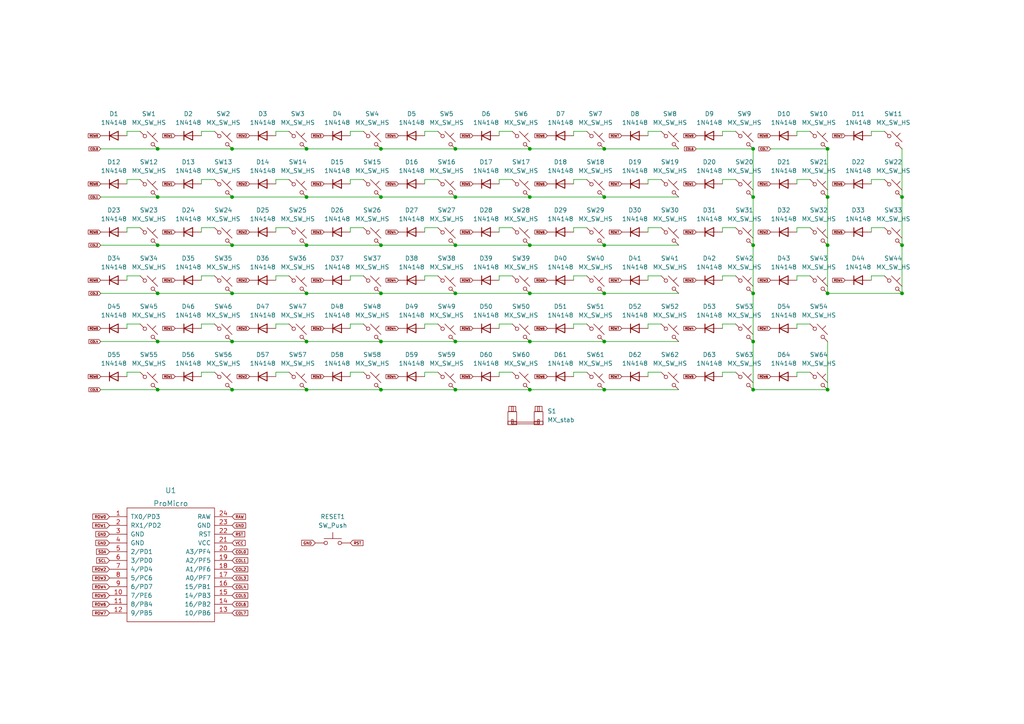
<source format=kicad_sch>
(kicad_sch (version 20211123) (generator eeschema)
  (paper "A4")
  (junction (at 132.08 71.12))
  (junction (at 67.31 57.15))
  (junction (at 110.49 57.15))
  (junction (at 175.26 99.06))
  (junction (at 240.03 113.03))
  (junction (at 110.49 113.03))
  (junction (at 132.08 85.09))
  (junction (at 88.9 43.18))
  (junction (at 218.44 99.06))
  (junction (at 110.49 85.09))
  (junction (at 67.31 71.12))
  (junction (at 67.31 43.18))
  (junction (at 67.31 113.03))
  (junction (at 261.62 57.15))
  (junction (at 240.03 43.18))
  (junction (at 132.08 113.03))
  (junction (at 45.72 71.12))
  (junction (at 45.72 113.03))
  (junction (at 218.44 113.03))
  (junction (at 261.62 71.12))
  (junction (at 240.03 71.12))
  (junction (at 153.67 43.18))
  (junction (at 132.08 43.18))
  (junction (at 175.26 71.12))
  (junction (at 153.67 113.03))
  (junction (at 110.49 99.06))
  (junction (at 218.44 85.09))
  (junction (at 261.62 85.09))
  (junction (at 67.31 85.09))
  (junction (at 45.72 85.09))
  (junction (at 175.26 113.03))
  (junction (at 153.67 85.09))
  (junction (at 175.26 43.18))
  (junction (at 153.67 99.06))
  (junction (at 110.49 43.18))
  (junction (at 45.72 99.06))
  (junction (at 218.44 43.18))
  (junction (at 153.67 71.12))
  (junction (at 67.31 99.06))
  (junction (at 88.9 113.03))
  (junction (at 88.9 71.12))
  (junction (at 240.03 85.09))
  (junction (at 153.67 57.15))
  (junction (at 88.9 85.09))
  (junction (at 240.03 57.15))
  (junction (at 110.49 71.12))
  (junction (at 175.26 57.15))
  (junction (at 88.9 99.06))
  (junction (at 132.08 57.15))
  (junction (at 175.26 85.09))
  (junction (at 45.72 57.15))
  (junction (at 45.72 43.18))
  (junction (at 132.08 99.06))
  (junction (at 218.44 57.15))
  (junction (at 218.44 71.12))
  (junction (at 88.9 57.15))
  (wire (pts (xy 45.72 71.12) (xy 67.31 71.12)))
  (wire (pts (xy 144.78 66.04) (xy 144.78 67.31)))
  (wire (pts (xy 170.18 66.04) (xy 166.37 66.04)))
  (wire (pts (xy 58.42 107.95) (xy 58.42 109.22)))
  (wire (pts (xy 213.36 52.07) (xy 209.55 52.07)))
  (wire (pts (xy 83.82 66.04) (xy 80.01 66.04)))
  (wire (pts (xy 213.36 80.01) (xy 209.55 80.01)))
  (wire (pts (xy 80.01 66.04) (xy 80.01 67.31)))
  (wire (pts (xy 80.01 107.95) (xy 80.01 109.22)))
  (wire (pts (xy 148.59 38.1) (xy 144.78 38.1)))
  (wire (pts (xy 58.42 66.04) (xy 58.42 67.31)))
  (wire (pts (xy 209.55 107.95) (xy 209.55 109.22)))
  (wire (pts (xy 29.21 85.09) (xy 45.72 85.09)))
  (wire (pts (xy 153.67 71.12) (xy 175.26 71.12)))
  (wire (pts (xy 191.77 66.04) (xy 187.96 66.04)))
  (wire (pts (xy 83.82 93.98) (xy 80.01 93.98)))
  (wire (pts (xy 234.95 80.01) (xy 231.14 80.01)))
  (wire (pts (xy 110.49 71.12) (xy 132.08 71.12)))
  (wire (pts (xy 101.6 93.98) (xy 101.6 95.25)))
  (wire (pts (xy 231.14 107.95) (xy 231.14 109.22)))
  (wire (pts (xy 231.14 38.1) (xy 231.14 39.37)))
  (wire (pts (xy 105.41 80.01) (xy 101.6 80.01)))
  (wire (pts (xy 62.23 38.1) (xy 58.42 38.1)))
  (wire (pts (xy 40.64 66.04) (xy 36.83 66.04)))
  (wire (pts (xy 101.6 80.01) (xy 101.6 81.28)))
  (wire (pts (xy 234.95 52.07) (xy 231.14 52.07)))
  (wire (pts (xy 166.37 52.07) (xy 166.37 53.34)))
  (wire (pts (xy 83.82 107.95) (xy 80.01 107.95)))
  (wire (pts (xy 127 52.07) (xy 123.19 52.07)))
  (wire (pts (xy 83.82 52.07) (xy 80.01 52.07)))
  (wire (pts (xy 209.55 52.07) (xy 209.55 53.34)))
  (wire (pts (xy 67.31 71.12) (xy 88.9 71.12)))
  (wire (pts (xy 209.55 80.01) (xy 209.55 81.28)))
  (wire (pts (xy 62.23 80.01) (xy 58.42 80.01)))
  (wire (pts (xy 213.36 38.1) (xy 209.55 38.1)))
  (wire (pts (xy 62.23 66.04) (xy 58.42 66.04)))
  (wire (pts (xy 144.78 38.1) (xy 144.78 39.37)))
  (wire (pts (xy 144.78 107.95) (xy 144.78 109.22)))
  (wire (pts (xy 127 38.1) (xy 123.19 38.1)))
  (wire (pts (xy 101.6 38.1) (xy 101.6 39.37)))
  (wire (pts (xy 110.49 85.09) (xy 132.08 85.09)))
  (wire (pts (xy 29.21 43.18) (xy 45.72 43.18)))
  (wire (pts (xy 153.67 113.03) (xy 175.26 113.03)))
  (wire (pts (xy 45.72 99.06) (xy 67.31 99.06)))
  (wire (pts (xy 62.23 93.98) (xy 58.42 93.98)))
  (wire (pts (xy 256.54 38.1) (xy 252.73 38.1)))
  (wire (pts (xy 88.9 85.09) (xy 110.49 85.09)))
  (wire (pts (xy 132.08 43.18) (xy 153.67 43.18)))
  (wire (pts (xy 175.26 99.06) (xy 196.85 99.06)))
  (wire (pts (xy 58.42 93.98) (xy 58.42 95.25)))
  (wire (pts (xy 191.77 52.07) (xy 187.96 52.07)))
  (wire (pts (xy 80.01 52.07) (xy 80.01 53.34)))
  (wire (pts (xy 209.55 93.98) (xy 209.55 95.25)))
  (wire (pts (xy 132.08 85.09) (xy 153.67 85.09)))
  (wire (pts (xy 175.26 113.03) (xy 196.85 113.03)))
  (wire (pts (xy 218.44 113.03) (xy 240.03 113.03)))
  (wire (pts (xy 148.59 107.95) (xy 144.78 107.95)))
  (wire (pts (xy 67.31 43.18) (xy 88.9 43.18)))
  (wire (pts (xy 252.73 66.04) (xy 252.73 67.31)))
  (wire (pts (xy 40.64 38.1) (xy 36.83 38.1)))
  (wire (pts (xy 127 66.04) (xy 123.19 66.04)))
  (wire (pts (xy 213.36 107.95) (xy 209.55 107.95)))
  (wire (pts (xy 88.9 113.03) (xy 110.49 113.03)))
  (wire (pts (xy 62.23 107.95) (xy 58.42 107.95)))
  (wire (pts (xy 166.37 66.04) (xy 166.37 67.31)))
  (wire (pts (xy 132.08 113.03) (xy 153.67 113.03)))
  (wire (pts (xy 58.42 38.1) (xy 58.42 39.37)))
  (wire (pts (xy 40.64 52.07) (xy 36.83 52.07)))
  (wire (pts (xy 29.21 57.15) (xy 45.72 57.15)))
  (wire (pts (xy 67.31 99.06) (xy 88.9 99.06)))
  (wire (pts (xy 170.18 38.1) (xy 166.37 38.1)))
  (wire (pts (xy 83.82 38.1) (xy 80.01 38.1)))
  (wire (pts (xy 40.64 80.01) (xy 36.83 80.01)))
  (wire (pts (xy 105.41 66.04) (xy 101.6 66.04)))
  (wire (pts (xy 231.14 93.98) (xy 231.14 95.25)))
  (wire (pts (xy 187.96 38.1) (xy 187.96 39.37)))
  (wire (pts (xy 144.78 52.07) (xy 144.78 53.34)))
  (wire (pts (xy 36.83 52.07) (xy 36.83 53.34)))
  (wire (pts (xy 36.83 38.1) (xy 36.83 39.37)))
  (wire (pts (xy 191.77 93.98) (xy 187.96 93.98)))
  (wire (pts (xy 101.6 107.95) (xy 101.6 109.22)))
  (wire (pts (xy 80.01 80.01) (xy 80.01 81.28)))
  (wire (pts (xy 144.78 93.98) (xy 144.78 95.25)))
  (wire (pts (xy 62.23 52.07) (xy 58.42 52.07)))
  (wire (pts (xy 261.62 71.12) (xy 261.62 85.09)))
  (wire (pts (xy 261.62 57.15) (xy 261.62 71.12)))
  (wire (pts (xy 132.08 57.15) (xy 153.67 57.15)))
  (wire (pts (xy 123.19 66.04) (xy 123.19 67.31)))
  (wire (pts (xy 234.95 93.98) (xy 231.14 93.98)))
  (wire (pts (xy 240.03 43.18) (xy 240.03 57.15)))
  (wire (pts (xy 187.96 80.01) (xy 187.96 81.28)))
  (wire (pts (xy 45.72 113.03) (xy 67.31 113.03)))
  (wire (pts (xy 123.19 80.01) (xy 123.19 81.28)))
  (wire (pts (xy 36.83 107.95) (xy 36.83 109.22)))
  (wire (pts (xy 123.19 52.07) (xy 123.19 53.34)))
  (wire (pts (xy 191.77 107.95) (xy 187.96 107.95)))
  (wire (pts (xy 223.52 43.18) (xy 240.03 43.18)))
  (wire (pts (xy 105.41 38.1) (xy 101.6 38.1)))
  (wire (pts (xy 261.62 43.18) (xy 261.62 57.15)))
  (wire (pts (xy 187.96 52.07) (xy 187.96 53.34)))
  (wire (pts (xy 191.77 38.1) (xy 187.96 38.1)))
  (wire (pts (xy 231.14 66.04) (xy 231.14 67.31)))
  (wire (pts (xy 148.59 80.01) (xy 144.78 80.01)))
  (wire (pts (xy 201.93 43.18) (xy 218.44 43.18)))
  (wire (pts (xy 166.37 80.01) (xy 166.37 81.28)))
  (wire (pts (xy 240.03 99.06) (xy 240.03 113.03)))
  (wire (pts (xy 252.73 80.01) (xy 252.73 81.28)))
  (wire (pts (xy 256.54 80.01) (xy 252.73 80.01)))
  (wire (pts (xy 218.44 57.15) (xy 218.44 71.12)))
  (wire (pts (xy 187.96 93.98) (xy 187.96 95.25)))
  (wire (pts (xy 240.03 85.09) (xy 261.62 85.09)))
  (wire (pts (xy 29.21 99.06) (xy 45.72 99.06)))
  (wire (pts (xy 127 107.95) (xy 123.19 107.95)))
  (wire (pts (xy 29.21 71.12) (xy 45.72 71.12)))
  (wire (pts (xy 36.83 80.01) (xy 36.83 81.28)))
  (wire (pts (xy 123.19 107.95) (xy 123.19 109.22)))
  (wire (pts (xy 218.44 85.09) (xy 218.44 99.06)))
  (wire (pts (xy 170.18 93.98) (xy 166.37 93.98)))
  (wire (pts (xy 187.96 107.95) (xy 187.96 109.22)))
  (wire (pts (xy 67.31 113.03) (xy 88.9 113.03)))
  (wire (pts (xy 127 93.98) (xy 123.19 93.98)))
  (wire (pts (xy 231.14 80.01) (xy 231.14 81.28)))
  (wire (pts (xy 88.9 71.12) (xy 110.49 71.12)))
  (wire (pts (xy 166.37 38.1) (xy 166.37 39.37)))
  (wire (pts (xy 40.64 93.98) (xy 36.83 93.98)))
  (wire (pts (xy 101.6 52.07) (xy 101.6 53.34)))
  (wire (pts (xy 88.9 99.06) (xy 110.49 99.06)))
  (wire (pts (xy 209.55 38.1) (xy 209.55 39.37)))
  (wire (pts (xy 148.59 52.07) (xy 144.78 52.07)))
  (wire (pts (xy 132.08 71.12) (xy 153.67 71.12)))
  (wire (pts (xy 240.03 71.12) (xy 240.03 85.09)))
  (wire (pts (xy 29.21 113.03) (xy 45.72 113.03)))
  (wire (pts (xy 234.95 38.1) (xy 231.14 38.1)))
  (wire (pts (xy 101.6 66.04) (xy 101.6 67.31)))
  (wire (pts (xy 110.49 43.18) (xy 132.08 43.18)))
  (wire (pts (xy 67.31 85.09) (xy 88.9 85.09)))
  (wire (pts (xy 45.72 43.18) (xy 67.31 43.18)))
  (wire (pts (xy 218.44 71.12) (xy 218.44 85.09)))
  (wire (pts (xy 105.41 107.95) (xy 101.6 107.95)))
  (wire (pts (xy 256.54 52.07) (xy 252.73 52.07)))
  (wire (pts (xy 256.54 66.04) (xy 252.73 66.04)))
  (wire (pts (xy 88.9 43.18) (xy 110.49 43.18)))
  (wire (pts (xy 83.82 80.01) (xy 80.01 80.01)))
  (wire (pts (xy 127 80.01) (xy 123.19 80.01)))
  (wire (pts (xy 191.77 80.01) (xy 187.96 80.01)))
  (wire (pts (xy 218.44 99.06) (xy 218.44 113.03)))
  (wire (pts (xy 123.19 93.98) (xy 123.19 95.25)))
  (wire (pts (xy 240.03 57.15) (xy 240.03 71.12)))
  (wire (pts (xy 105.41 93.98) (xy 101.6 93.98)))
  (wire (pts (xy 175.26 85.09) (xy 196.85 85.09)))
  (wire (pts (xy 175.26 43.18) (xy 196.85 43.18)))
  (wire (pts (xy 88.9 57.15) (xy 110.49 57.15)))
  (wire (pts (xy 175.26 57.15) (xy 196.85 57.15)))
  (wire (pts (xy 252.73 52.07) (xy 252.73 53.34)))
  (wire (pts (xy 123.19 38.1) (xy 123.19 39.37)))
  (wire (pts (xy 153.67 43.18) (xy 175.26 43.18)))
  (wire (pts (xy 110.49 57.15) (xy 132.08 57.15)))
  (wire (pts (xy 234.95 107.95) (xy 231.14 107.95)))
  (wire (pts (xy 218.44 43.18) (xy 218.44 57.15)))
  (wire (pts (xy 170.18 80.01) (xy 166.37 80.01)))
  (wire (pts (xy 175.26 71.12) (xy 196.85 71.12)))
  (wire (pts (xy 231.14 52.07) (xy 231.14 53.34)))
  (wire (pts (xy 144.78 80.01) (xy 144.78 81.28)))
  (wire (pts (xy 153.67 57.15) (xy 175.26 57.15)))
  (wire (pts (xy 80.01 93.98) (xy 80.01 95.25)))
  (wire (pts (xy 148.59 66.04) (xy 144.78 66.04)))
  (wire (pts (xy 153.67 85.09) (xy 175.26 85.09)))
  (wire (pts (xy 110.49 113.03) (xy 132.08 113.03)))
  (wire (pts (xy 252.73 38.1) (xy 252.73 39.37)))
  (wire (pts (xy 58.42 80.01) (xy 58.42 81.28)))
  (wire (pts (xy 187.96 66.04) (xy 187.96 67.31)))
  (wire (pts (xy 170.18 107.95) (xy 166.37 107.95)))
  (wire (pts (xy 234.95 66.04) (xy 231.14 66.04)))
  (wire (pts (xy 58.42 52.07) (xy 58.42 53.34)))
  (wire (pts (xy 132.08 99.06) (xy 153.67 99.06)))
  (wire (pts (xy 40.64 107.95) (xy 36.83 107.95)))
  (wire (pts (xy 110.49 99.06) (xy 132.08 99.06)))
  (wire (pts (xy 36.83 66.04) (xy 36.83 67.31)))
  (wire (pts (xy 170.18 52.07) (xy 166.37 52.07)))
  (wire (pts (xy 166.37 107.95) (xy 166.37 109.22)))
  (wire (pts (xy 213.36 66.04) (xy 209.55 66.04)))
  (wire (pts (xy 166.37 93.98) (xy 166.37 95.25)))
  (wire (pts (xy 213.36 93.98) (xy 209.55 93.98)))
  (wire (pts (xy 45.72 57.15) (xy 67.31 57.15)))
  (wire (pts (xy 36.83 93.98) (xy 36.83 95.25)))
  (wire (pts (xy 45.72 85.09) (xy 67.31 85.09)))
  (wire (pts (xy 105.41 52.07) (xy 101.6 52.07)))
  (wire (pts (xy 148.59 93.98) (xy 144.78 93.98)))
  (wire (pts (xy 67.31 57.15) (xy 88.9 57.15)))
  (wire (pts (xy 80.01 38.1) (xy 80.01 39.37)))
  (wire (pts (xy 209.55 66.04) (xy 209.55 67.31)))
  (wire (pts (xy 153.67 99.06) (xy 175.26 99.06)))
  (global_label "COL5" (shape input) (at 67.31 172.72 0) (effects (font (size 0.8 0.8))) (property "Intersheet References" "${INTERSHEET_REFS}" (effects hide)))
  (global_label "GND" (shape input) (at 31.75 154.94 180) (effects (font (size 0.8 0.8))) (property "Intersheet References" "${INTERSHEET_REFS}" (effects hide)))
  (global_label "ROW1" (shape input) (at 50.8 81.28 180) (effects (font (size 0.6 0.6))) (property "Intersheet References" "${INTERSHEET_REFS}" (effects hide)))
  (global_label "ROW1" (shape input) (at 31.75 152.4 180) (effects (font (size 0.8 0.8))) (property "Intersheet References" "${INTERSHEET_REFS}" (effects hide)))
  (global_label "ROW0" (shape input) (at 29.21 53.34 180) (effects (font (size 0.6 0.6))) (property "Intersheet References" "${INTERSHEET_REFS}" (effects hide)))
  (global_label "ROW3" (shape input) (at 93.98 39.37 180) (effects (font (size 0.6 0.6))) (property "Intersheet References" "${INTERSHEET_REFS}" (effects hide)))
  (global_label "COL3" (shape input) (at 29.21 85.09 180) (effects (font (size 0.6 0.6))) (property "Intersheet References" "${INTERSHEET_REFS}" (effects hide)))
  (global_label "ROW6" (shape input) (at 158.75 81.28 180) (effects (font (size 0.6 0.6))) (property "Intersheet References" "${INTERSHEET_REFS}" (effects hide)))
  (global_label "ROW2" (shape input) (at 72.39 53.34 180) (effects (font (size 0.6 0.6))) (property "Intersheet References" "${INTERSHEET_REFS}" (effects hide)))
  (global_label "ROW7" (shape input) (at 180.34 53.34 180) (effects (font (size 0.6 0.6))) (property "Intersheet References" "${INTERSHEET_REFS}" (effects hide)))
  (global_label "ROW4" (shape input) (at 115.57 39.37 180) (effects (font (size 0.6 0.6))) (property "Intersheet References" "${INTERSHEET_REFS}" (effects hide)))
  (global_label "ROW1" (shape input) (at 223.52 53.34 180) (effects (font (size 0.6 0.6))) (property "Intersheet References" "${INTERSHEET_REFS}" (effects hide)))
  (global_label "ROW0" (shape input) (at 201.93 39.37 180) (effects (font (size 0.6 0.6))) (property "Intersheet References" "${INTERSHEET_REFS}" (effects hide)))
  (global_label "ROW7" (shape input) (at 180.34 109.22 180) (effects (font (size 0.6 0.6))) (property "Intersheet References" "${INTERSHEET_REFS}" (effects hide)))
  (global_label "ROW6" (shape input) (at 158.75 95.25 180) (effects (font (size 0.6 0.6))) (property "Intersheet References" "${INTERSHEET_REFS}" (effects hide)))
  (global_label "ROW5" (shape input) (at 137.16 81.28 180) (effects (font (size 0.6 0.6))) (property "Intersheet References" "${INTERSHEET_REFS}" (effects hide)))
  (global_label "ROW5" (shape input) (at 137.16 53.34 180) (effects (font (size 0.6 0.6))) (property "Intersheet References" "${INTERSHEET_REFS}" (effects hide)))
  (global_label "COL4" (shape input) (at 67.31 170.18 0) (effects (font (size 0.8 0.8))) (property "Intersheet References" "${INTERSHEET_REFS}" (effects hide)))
  (global_label "ROW2" (shape input) (at 72.39 67.31 180) (effects (font (size 0.6 0.6))) (property "Intersheet References" "${INTERSHEET_REFS}" (effects hide)))
  (global_label "GND" (shape input) (at 67.31 152.4 0) (effects (font (size 0.8 0.8))) (property "Intersheet References" "${INTERSHEET_REFS}" (effects hide)))
  (global_label "ROW6" (shape input) (at 158.75 39.37 180) (effects (font (size 0.6 0.6))) (property "Intersheet References" "${INTERSHEET_REFS}" (effects hide)))
  (global_label "ROW3" (shape input) (at 201.93 81.28 180) (effects (font (size 0.6 0.6))) (property "Intersheet References" "${INTERSHEET_REFS}" (effects hide)))
  (global_label "COL1" (shape input) (at 29.21 57.15 180) (effects (font (size 0.6 0.6))) (property "Intersheet References" "${INTERSHEET_REFS}" (effects hide)))
  (global_label "SDA" (shape input) (at 31.75 160.02 180) (effects (font (size 0.8 0.8))) (property "Intersheet References" "${INTERSHEET_REFS}" (effects hide)))
  (global_label "ROW5" (shape input) (at 137.16 109.22 180) (effects (font (size 0.6 0.6))) (property "Intersheet References" "${INTERSHEET_REFS}" (effects hide)))
  (global_label "RST" (shape input) (at 101.6 157.48 0) (effects (font (size 0.8 0.8))) (property "Intersheet References" "${INTERSHEET_REFS}" (effects hide)))
  (global_label "COL2" (shape input) (at 29.21 71.12 180) (effects (font (size 0.6 0.6))) (property "Intersheet References" "${INTERSHEET_REFS}" (effects hide)))
  (global_label "ROW4" (shape input) (at 115.57 81.28 180) (effects (font (size 0.6 0.6))) (property "Intersheet References" "${INTERSHEET_REFS}" (effects hide)))
  (global_label "ROW0" (shape input) (at 223.52 39.37 180) (effects (font (size 0.6 0.6))) (property "Intersheet References" "${INTERSHEET_REFS}" (effects hide)))
  (global_label "ROW6" (shape input) (at 223.52 109.22 180) (effects (font (size 0.6 0.6))) (property "Intersheet References" "${INTERSHEET_REFS}" (effects hide)))
  (global_label "ROW5" (shape input) (at 137.16 39.37 180) (effects (font (size 0.6 0.6))) (property "Intersheet References" "${INTERSHEET_REFS}" (effects hide)))
  (global_label "COL3" (shape input) (at 67.31 167.64 0) (effects (font (size 0.8 0.8))) (property "Intersheet References" "${INTERSHEET_REFS}" (effects hide)))
  (global_label "ROW4" (shape input) (at 115.57 109.22 180) (effects (font (size 0.6 0.6))) (property "Intersheet References" "${INTERSHEET_REFS}" (effects hide)))
  (global_label "COL2" (shape input) (at 67.31 165.1 0) (effects (font (size 0.8 0.8))) (property "Intersheet References" "${INTERSHEET_REFS}" (effects hide)))
  (global_label "ROW3" (shape input) (at 31.75 167.64 180) (effects (font (size 0.8 0.8))) (property "Intersheet References" "${INTERSHEET_REFS}" (effects hide)))
  (global_label "COL1" (shape input) (at 67.31 162.56 0) (effects (font (size 0.8 0.8))) (property "Intersheet References" "${INTERSHEET_REFS}" (effects hide)))
  (global_label "ROW6" (shape input) (at 158.75 53.34 180) (effects (font (size 0.6 0.6))) (property "Intersheet References" "${INTERSHEET_REFS}" (effects hide)))
  (global_label "ROW0" (shape input) (at 31.75 149.86 180) (effects (font (size 0.8 0.8))) (property "Intersheet References" "${INTERSHEET_REFS}" (effects hide)))
  (global_label "ROW1" (shape input) (at 201.93 53.34 180) (effects (font (size 0.6 0.6))) (property "Intersheet References" "${INTERSHEET_REFS}" (effects hide)))
  (global_label "ROW1" (shape input) (at 50.8 39.37 180) (effects (font (size 0.6 0.6))) (property "Intersheet References" "${INTERSHEET_REFS}" (effects hide)))
  (global_label "ROW4" (shape input) (at 115.57 53.34 180) (effects (font (size 0.6 0.6))) (property "Intersheet References" "${INTERSHEET_REFS}" (effects hide)))
  (global_label "ROW3" (shape input) (at 223.52 81.28 180) (effects (font (size 0.6 0.6))) (property "Intersheet References" "${INTERSHEET_REFS}" (effects hide)))
  (global_label "COL6" (shape input) (at 201.93 43.18 180) (effects (font (size 0.6 0.6))) (property "Intersheet References" "${INTERSHEET_REFS}" (effects hide)))
  (global_label "ROW5" (shape input) (at 137.16 67.31 180) (effects (font (size 0.6 0.6))) (property "Intersheet References" "${INTERSHEET_REFS}" (effects hide)))
  (global_label "ROW0" (shape input) (at 29.21 95.25 180) (effects (font (size 0.6 0.6))) (property "Intersheet References" "${INTERSHEET_REFS}" (effects hide)))
  (global_label "COL0" (shape input) (at 67.31 160.02 0) (effects (font (size 0.8 0.8))) (property "Intersheet References" "${INTERSHEET_REFS}" (effects hide)))
  (global_label "ROW0" (shape input) (at 29.21 109.22 180) (effects (font (size 0.6 0.6))) (property "Intersheet References" "${INTERSHEET_REFS}" (effects hide)))
  (global_label "ROW3" (shape input) (at 93.98 95.25 180) (effects (font (size 0.6 0.6))) (property "Intersheet References" "${INTERSHEET_REFS}" (effects hide)))
  (global_label "ROW3" (shape input) (at 93.98 81.28 180) (effects (font (size 0.6 0.6))) (property "Intersheet References" "${INTERSHEET_REFS}" (effects hide)))
  (global_label "ROW1" (shape input) (at 50.8 109.22 180) (effects (font (size 0.6 0.6))) (property "Intersheet References" "${INTERSHEET_REFS}" (effects hide)))
  (global_label "ROW0" (shape input) (at 29.21 81.28 180) (effects (font (size 0.6 0.6))) (property "Intersheet References" "${INTERSHEET_REFS}" (effects hide)))
  (global_label "SCL" (shape input) (at 31.75 162.56 180) (effects (font (size 0.8 0.8))) (property "Intersheet References" "${INTERSHEET_REFS}" (effects hide)))
  (global_label "ROW2" (shape input) (at 223.52 67.31 180) (effects (font (size 0.6 0.6))) (property "Intersheet References" "${INTERSHEET_REFS}" (effects hide)))
  (global_label "ROW5" (shape input) (at 245.11 67.31 180) (effects (font (size 0.6 0.6))) (property "Intersheet References" "${INTERSHEET_REFS}" (effects hide)))
  (global_label "ROW7" (shape input) (at 223.52 95.25 180) (effects (font (size 0.6 0.6))) (property "Intersheet References" "${INTERSHEET_REFS}" (effects hide)))
  (global_label "ROW3" (shape input) (at 93.98 109.22 180) (effects (font (size 0.6 0.6))) (property "Intersheet References" "${INTERSHEET_REFS}" (effects hide)))
  (global_label "ROW3" (shape input) (at 93.98 53.34 180) (effects (font (size 0.6 0.6))) (property "Intersheet References" "${INTERSHEET_REFS}" (effects hide)))
  (global_label "ROW7" (shape input) (at 180.34 95.25 180) (effects (font (size 0.6 0.6))) (property "Intersheet References" "${INTERSHEET_REFS}" (effects hide)))
  (global_label "COL6" (shape input) (at 67.31 175.26 0) (effects (font (size 0.8 0.8))) (property "Intersheet References" "${INTERSHEET_REFS}" (effects hide)))
  (global_label "COL0" (shape input) (at 29.21 43.18 180) (effects (font (size 0.6 0.6))) (property "Intersheet References" "${INTERSHEET_REFS}" (effects hide)))
  (global_label "ROW3" (shape input) (at 93.98 67.31 180) (effects (font (size 0.6 0.6))) (property "Intersheet References" "${INTERSHEET_REFS}" (effects hide)))
  (global_label "ROW5" (shape input) (at 137.16 95.25 180) (effects (font (size 0.6 0.6))) (property "Intersheet References" "${INTERSHEET_REFS}" (effects hide)))
  (global_label "ROW6" (shape input) (at 158.75 67.31 180) (effects (font (size 0.6 0.6))) (property "Intersheet References" "${INTERSHEET_REFS}" (effects hide)))
  (global_label "ROW7" (shape input) (at 180.34 39.37 180) (effects (font (size 0.6 0.6))) (property "Intersheet References" "${INTERSHEET_REFS}" (effects hide)))
  (global_label "RST" (shape input) (at 67.31 154.94 0) (effects (font (size 0.8 0.8))) (property "Intersheet References" "${INTERSHEET_REFS}" (effects hide)))
  (global_label "ROW2" (shape input) (at 201.93 67.31 180) (effects (font (size 0.6 0.6))) (property "Intersheet References" "${INTERSHEET_REFS}" (effects hide)))
  (global_label "ROW4" (shape input) (at 115.57 67.31 180) (effects (font (size 0.6 0.6))) (property "Intersheet References" "${INTERSHEET_REFS}" (effects hide)))
  (global_label "GND" (shape input) (at 91.44 157.48 180) (effects (font (size 0.8 0.8))) (property "Intersheet References" "${INTERSHEET_REFS}" (effects hide)))
  (global_label "COL4" (shape input) (at 29.21 99.06 180) (effects (font (size 0.6 0.6))) (property "Intersheet References" "${INTERSHEET_REFS}" (effects hide)))
  (global_label "ROW1" (shape input) (at 50.8 95.25 180) (effects (font (size 0.6 0.6))) (property "Intersheet References" "${INTERSHEET_REFS}" (effects hide)))
  (global_label "ROW1" (shape input) (at 50.8 67.31 180) (effects (font (size 0.6 0.6))) (property "Intersheet References" "${INTERSHEET_REFS}" (effects hide)))
  (global_label "ROW4" (shape input) (at 245.11 81.28 180) (effects (font (size 0.6 0.6))) (property "Intersheet References" "${INTERSHEET_REFS}" (effects hide)))
  (global_label "ROW4" (shape input) (at 31.75 170.18 180) (effects (font (size 0.8 0.8))) (property "Intersheet References" "${INTERSHEET_REFS}" (effects hide)))
  (global_label "ROW2" (shape input) (at 72.39 95.25 180) (effects (font (size 0.6 0.6))) (property "Intersheet References" "${INTERSHEET_REFS}" (effects hide)))
  (global_label "ROW7" (shape input) (at 31.75 177.8 180) (effects (font (size 0.8 0.8))) (property "Intersheet References" "${INTERSHEET_REFS}" (effects hide)))
  (global_label "ROW5" (shape input) (at 31.75 172.72 180) (effects (font (size 0.8 0.8))) (property "Intersheet References" "${INTERSHEET_REFS}" (effects hide)))
  (global_label "ROW6" (shape input) (at 245.11 53.34 180) (effects (font (size 0.6 0.6))) (property "Intersheet References" "${INTERSHEET_REFS}" (effects hide)))
  (global_label "ROW2" (shape input) (at 72.39 81.28 180) (effects (font (size 0.6 0.6))) (property "Intersheet References" "${INTERSHEET_REFS}" (effects hide)))
  (global_label "COL7" (shape input) (at 223.52 43.18 180) (effects (font (size 0.6 0.6))) (property "Intersheet References" "${INTERSHEET_REFS}" (effects hide)))
  (global_label "ROW2" (shape input) (at 31.75 165.1 180) (effects (font (size 0.8 0.8))) (property "Intersheet References" "${INTERSHEET_REFS}" (effects hide)))
  (global_label "ROW7" (shape input) (at 245.11 39.37 180) (effects (font (size 0.6 0.6))) (property "Intersheet References" "${INTERSHEET_REFS}" (effects hide)))
  (global_label "ROW4" (shape input) (at 201.93 95.25 180) (effects (font (size 0.6 0.6))) (property "Intersheet References" "${INTERSHEET_REFS}" (effects hide)))
  (global_label "ROW7" (shape input) (at 180.34 67.31 180) (effects (font (size 0.6 0.6))) (property "Intersheet References" "${INTERSHEET_REFS}" (effects hide)))
  (global_label "ROW1" (shape input) (at 50.8 53.34 180) (effects (font (size 0.6 0.6))) (property "Intersheet References" "${INTERSHEET_REFS}" (effects hide)))
  (global_label "ROW2" (shape input) (at 72.39 109.22 180) (effects (font (size 0.6 0.6))) (property "Intersheet References" "${INTERSHEET_REFS}" (effects hide)))
  (global_label "ROW7" (shape input) (at 180.34 81.28 180) (effects (font (size 0.6 0.6))) (property "Intersheet References" "${INTERSHEET_REFS}" (effects hide)))
  (global_label "RAW" (shape input) (at 67.31 149.86 0) (effects (font (size 0.8 0.8))) (property "Intersheet References" "${INTERSHEET_REFS}" (effects hide)))
  (global_label "ROW4" (shape input) (at 115.57 95.25 180) (effects (font (size 0.6 0.6))) (property "Intersheet References" "${INTERSHEET_REFS}" (effects hide)))
  (global_label "ROW0" (shape input) (at 29.21 39.37 180) (effects (font (size 0.6 0.6))) (property "Intersheet References" "${INTERSHEET_REFS}" (effects hide)))
  (global_label "COL7" (shape input) (at 67.31 177.8 0) (effects (font (size 0.8 0.8))) (property "Intersheet References" "${INTERSHEET_REFS}" (effects hide)))
  (global_label "ROW5" (shape input) (at 201.93 109.22 180) (effects (font (size 0.6 0.6))) (property "Intersheet References" "${INTERSHEET_REFS}" (effects hide)))
  (global_label "COL5" (shape input) (at 29.21 113.03 180) (effects (font (size 0.6 0.6))) (property "Intersheet References" "${INTERSHEET_REFS}" (effects hide)))
  (global_label "GND" (shape input) (at 31.75 157.48 180) (effects (font (size 0.8 0.8))) (property "Intersheet References" "${INTERSHEET_REFS}" (effects hide)))
  (global_label "ROW6" (shape input) (at 158.75 109.22 180) (effects (font (size 0.6 0.6))) (property "Intersheet References" "${INTERSHEET_REFS}" (effects hide)))
  (global_label "ROW0" (shape input) (at 29.21 67.31 180) (effects (font (size 0.6 0.6))) (property "Intersheet References" "${INTERSHEET_REFS}" (effects hide)))
  (global_label "VCC" (shape input) (at 67.31 157.48 0) (effects (font (size 0.8 0.8))) (property "Intersheet References" "${INTERSHEET_REFS}" (effects hide)))
  (global_label "ROW2" (shape input) (at 72.39 39.37 180) (effects (font (size 0.6 0.6))) (property "Intersheet References" "${INTERSHEET_REFS}" (effects hide)))
  (global_label "ROW6" (shape input) (at 31.75 175.26 180) (effects (font (size 0.8 0.8))) (property "Intersheet References" "${INTERSHEET_REFS}" (effects hide)))
  (symbol (lib_id "Diode:1N4148") (at 248.92 39.37 0) (unit 1)
    (property "Reference" "D11" (at 248.92 33.02 0))
    (property "Value" "1N4148" (at 248.92 35.56 0))
    (property "Footprint" "Diode_THT:D_DO-35_SOD27_P7.62mm_Horizontal" (effects hide))
    (property "Datasheet" "https://assets.nexperia.com/documents/data-sheet/1N4148_1N4448.pdf" (effects hide))
  )
  (symbol (lib_id "marbastlib-mx:MX_SW_HS") (at 172.72 54.61 0) (unit 1)
    (property "Reference" "SW18" (at 172.72 46.99 0))
    (property "Value" "MX_SW_HS" (at 172.72 49.53 0))
    (property "Footprint" "marbastlib-mx:SW_MX_HS_1u" (effects hide))
  )
  (symbol (lib_id "Diode:1N4148") (at 227.33 67.31 0) (unit 1)
    (property "Reference" "D32" (at 227.33 60.96 0))
    (property "Value" "1N4148" (at 227.33 63.5 0))
    (property "Footprint" "Diode_THT:D_DO-35_SOD27_P7.62mm_Horizontal" (effects hide))
    (property "Datasheet" "https://assets.nexperia.com/documents/data-sheet/1N4148_1N4448.pdf" (effects hide))
  )
  (symbol (lib_id "marbastlib-mx:MX_SW_HS") (at 43.18 68.58 0) (unit 1)
    (property "Reference" "SW23" (at 43.18 60.96 0))
    (property "Value" "MX_SW_HS" (at 43.18 63.5 0))
    (property "Footprint" "marbastlib-mx:SW_MX_HS_1u" (effects hide))
  )
  (symbol (lib_id "marbastlib-mx:MX_SW_HS") (at 86.36 54.61 0) (unit 1)
    (property "Reference" "SW14" (at 86.36 46.99 0))
    (property "Value" "MX_SW_HS" (at 86.36 49.53 0))
    (property "Footprint" "marbastlib-mx:SW_MX_HS_1u" (effects hide))
  )
  (symbol (lib_id "Diode:1N4148") (at 119.38 95.25 0) (unit 1)
    (property "Reference" "D49" (at 119.38 88.9 0))
    (property "Value" "1N4148" (at 119.38 91.44 0))
    (property "Footprint" "Diode_THT:D_DO-35_SOD27_P7.62mm_Horizontal" (effects hide))
    (property "Datasheet" "https://assets.nexperia.com/documents/data-sheet/1N4148_1N4448.pdf" (effects hide))
  )
  (symbol (lib_id "Diode:1N4148") (at 76.2 67.31 0) (unit 1)
    (property "Reference" "D25" (at 76.2 60.96 0))
    (property "Value" "1N4148" (at 76.2 63.5 0))
    (property "Footprint" "Diode_THT:D_DO-35_SOD27_P7.62mm_Horizontal" (effects hide))
    (property "Datasheet" "https://assets.nexperia.com/documents/data-sheet/1N4148_1N4448.pdf" (effects hide))
  )
  (symbol (lib_id "marbastlib-mx:MX_SW_HS") (at 107.95 68.58 0) (unit 1)
    (property "Reference" "SW26" (at 107.95 60.96 0))
    (property "Value" "MX_SW_HS" (at 107.95 63.5 0))
    (property "Footprint" "marbastlib-mx:SW_MX_HS_1u" (effects hide))
  )
  (symbol (lib_id "marbastlib-mx:MX_SW_HS") (at 237.49 82.55 0) (unit 1)
    (property "Reference" "SW43" (at 237.49 74.93 0))
    (property "Value" "MX_SW_HS" (at 237.49 77.47 0))
    (property "Footprint" "marbastlib-mx:SW_MX_HS_1u" (effects hide))
  )
  (symbol (lib_id "marbastlib-mx:MX_SW_HS") (at 86.36 40.64 0) (unit 1)
    (property "Reference" "SW3" (at 86.36 33.02 0))
    (property "Value" "MX_SW_HS" (at 86.36 35.56 0))
    (property "Footprint" "marbastlib-mx:SW_MX_HS_1u" (effects hide))
  )
  (symbol (lib_id "Diode:1N4148") (at 33.02 109.22 0) (unit 1)
    (property "Reference" "D55" (at 33.02 102.87 0))
    (property "Value" "1N4148" (at 33.02 105.41 0))
    (property "Footprint" "Diode_THT:D_DO-35_SOD27_P7.62mm_Horizontal" (effects hide))
    (property "Datasheet" "https://assets.nexperia.com/documents/data-sheet/1N4148_1N4448.pdf" (effects hide))
  )
  (symbol (lib_id "marbastlib-mx:MX_SW_HS") (at 107.95 96.52 0) (unit 1)
    (property "Reference" "SW48" (at 107.95 88.9 0))
    (property "Value" "MX_SW_HS" (at 107.95 91.44 0))
    (property "Footprint" "marbastlib-mx:SW_MX_HS_1u" (effects hide))
  )
  (symbol (lib_id "marbastlib-mx:MX_SW_HS") (at 129.54 96.52 0) (unit 1)
    (property "Reference" "SW49" (at 129.54 88.9 0))
    (property "Value" "MX_SW_HS" (at 129.54 91.44 0))
    (property "Footprint" "marbastlib-mx:SW_MX_HS_1u" (effects hide))
  )
  (symbol (lib_id "Diode:1N4148") (at 97.79 67.31 0) (unit 1)
    (property "Reference" "D26" (at 97.79 60.96 0))
    (property "Value" "1N4148" (at 97.79 63.5 0))
    (property "Footprint" "Diode_THT:D_DO-35_SOD27_P7.62mm_Horizontal" (effects hide))
    (property "Datasheet" "https://assets.nexperia.com/documents/data-sheet/1N4148_1N4448.pdf" (effects hide))
  )
  (symbol (lib_id "marbastlib-mx:MX_SW_HS") (at 151.13 54.61 0) (unit 1)
    (property "Reference" "SW17" (at 151.13 46.99 0))
    (property "Value" "MX_SW_HS" (at 151.13 49.53 0))
    (property "Footprint" "marbastlib-mx:SW_MX_HS_1u" (effects hide))
  )
  (symbol (lib_id "Diode:1N4148") (at 162.56 39.37 0) (unit 1)
    (property "Reference" "D7" (at 162.56 33.02 0))
    (property "Value" "1N4148" (at 162.56 35.56 0))
    (property "Footprint" "Diode_THT:D_DO-35_SOD27_P7.62mm_Horizontal" (effects hide))
    (property "Datasheet" "https://assets.nexperia.com/documents/data-sheet/1N4148_1N4448.pdf" (effects hide))
  )
  (symbol (lib_id "Diode:1N4148") (at 119.38 67.31 0) (unit 1)
    (property "Reference" "D27" (at 119.38 60.96 0))
    (property "Value" "1N4148" (at 119.38 63.5 0))
    (property "Footprint" "Diode_THT:D_DO-35_SOD27_P7.62mm_Horizontal" (effects hide))
    (property "Datasheet" "https://assets.nexperia.com/documents/data-sheet/1N4148_1N4448.pdf" (effects hide))
  )
  (symbol (lib_id "Diode:1N4148") (at 162.56 109.22 0) (unit 1)
    (property "Reference" "D61" (at 162.56 102.87 0))
    (property "Value" "1N4148" (at 162.56 105.41 0))
    (property "Footprint" "Diode_THT:D_DO-35_SOD27_P7.62mm_Horizontal" (effects hide))
    (property "Datasheet" "https://assets.nexperia.com/documents/data-sheet/1N4148_1N4448.pdf" (effects hide))
  )
  (symbol (lib_id "Diode:1N4148") (at 76.2 53.34 0) (unit 1)
    (property "Reference" "D14" (at 76.2 46.99 0))
    (property "Value" "1N4148" (at 76.2 49.53 0))
    (property "Footprint" "Diode_THT:D_DO-35_SOD27_P7.62mm_Horizontal" (effects hide))
    (property "Datasheet" "https://assets.nexperia.com/documents/data-sheet/1N4148_1N4448.pdf" (effects hide))
  )
  (symbol (lib_id "Diode:1N4148") (at 76.2 39.37 0) (unit 1)
    (property "Reference" "D3" (at 76.2 33.02 0))
    (property "Value" "1N4148" (at 76.2 35.56 0))
    (property "Footprint" "Diode_THT:D_DO-35_SOD27_P7.62mm_Horizontal" (effects hide))
    (property "Datasheet" "https://assets.nexperia.com/documents/data-sheet/1N4148_1N4448.pdf" (effects hide))
  )
  (symbol (lib_id "Diode:1N4148") (at 162.56 53.34 0) (unit 1)
    (property "Reference" "D18" (at 162.56 46.99 0))
    (property "Value" "1N4148" (at 162.56 49.53 0))
    (property "Footprint" "Diode_THT:D_DO-35_SOD27_P7.62mm_Horizontal" (effects hide))
    (property "Datasheet" "https://assets.nexperia.com/documents/data-sheet/1N4148_1N4448.pdf" (effects hide))
  )
  (symbol (lib_id "marbastlib-mx:MX_SW_HS") (at 237.49 96.52 0) (unit 1)
    (property "Reference" "SW54" (at 237.49 88.9 0))
    (property "Value" "MX_SW_HS" (at 237.49 91.44 0))
    (property "Footprint" "marbastlib-mx:SW_MX_HS_1u" (effects hide))
  )
  (symbol (lib_id "marbastlib-mx:MX_SW_HS") (at 107.95 110.49 0) (unit 1)
    (property "Reference" "SW58" (at 107.95 102.87 0))
    (property "Value" "MX_SW_HS" (at 107.95 105.41 0))
    (property "Footprint" "marbastlib-mx:SW_MX_HS_1u" (effects hide))
  )
  (symbol (lib_id "marbastlib-mx:MX_SW_HS") (at 237.49 54.61 0) (unit 1)
    (property "Reference" "SW21" (at 237.49 46.99 0))
    (property "Value" "MX_SW_HS" (at 237.49 49.53 0))
    (property "Footprint" "marbastlib-mx:SW_MX_HS_1u" (effects hide))
  )
  (symbol (lib_id "Diode:1N4148") (at 119.38 109.22 0) (unit 1)
    (property "Reference" "D59" (at 119.38 102.87 0))
    (property "Value" "1N4148" (at 119.38 105.41 0))
    (property "Footprint" "Diode_THT:D_DO-35_SOD27_P7.62mm_Horizontal" (effects hide))
    (property "Datasheet" "https://assets.nexperia.com/documents/data-sheet/1N4148_1N4448.pdf" (effects hide))
  )
  (symbol (lib_id "marbastlib-mx:MX_SW_HS") (at 194.31 54.61 0) (unit 1)
    (property "Reference" "SW19" (at 194.31 46.99 0))
    (property "Value" "MX_SW_HS" (at 194.31 49.53 0))
    (property "Footprint" "marbastlib-mx:SW_MX_HS_1u" (effects hide))
  )
  (symbol (lib_id "Diode:1N4148") (at 54.61 109.22 0) (unit 1)
    (property "Reference" "D56" (at 54.61 102.87 0))
    (property "Value" "1N4148" (at 54.61 105.41 0))
    (property "Footprint" "Diode_THT:D_DO-35_SOD27_P7.62mm_Horizontal" (effects hide))
    (property "Datasheet" "https://assets.nexperia.com/documents/data-sheet/1N4148_1N4448.pdf" (effects hide))
  )
  (symbol (lib_id "marbastlib-mx:MX_SW_HS") (at 107.95 54.61 0) (unit 1)
    (property "Reference" "SW15" (at 107.95 46.99 0))
    (property "Value" "MX_SW_HS" (at 107.95 49.53 0))
    (property "Footprint" "marbastlib-mx:SW_MX_HS_1u" (effects hide))
  )
  (symbol (lib_id "Diode:1N4148") (at 54.61 39.37 0) (unit 1)
    (property "Reference" "D2" (at 54.61 33.02 0))
    (property "Value" "1N4148" (at 54.61 35.56 0))
    (property "Footprint" "Diode_THT:D_DO-35_SOD27_P7.62mm_Horizontal" (effects hide))
    (property "Datasheet" "https://assets.nexperia.com/documents/data-sheet/1N4148_1N4448.pdf" (effects hide))
  )
  (symbol (lib_id "Diode:1N4148") (at 162.56 95.25 0) (unit 1)
    (property "Reference" "D51" (at 162.56 88.9 0))
    (property "Value" "1N4148" (at 162.56 91.44 0))
    (property "Footprint" "Diode_THT:D_DO-35_SOD27_P7.62mm_Horizontal" (effects hide))
    (property "Datasheet" "https://assets.nexperia.com/documents/data-sheet/1N4148_1N4448.pdf" (effects hide))
  )
  (symbol (lib_id "Diode:1N4148") (at 140.97 95.25 0) (unit 1)
    (property "Reference" "D50" (at 140.97 88.9 0))
    (property "Value" "1N4148" (at 140.97 91.44 0))
    (property "Footprint" "Diode_THT:D_DO-35_SOD27_P7.62mm_Horizontal" (effects hide))
    (property "Datasheet" "https://assets.nexperia.com/documents/data-sheet/1N4148_1N4448.pdf" (effects hide))
  )
  (symbol (lib_id "marbastlib-mx:MX_SW_HS") (at 64.77 96.52 0) (unit 1)
    (property "Reference" "SW46" (at 64.77 88.9 0))
    (property "Value" "MX_SW_HS" (at 64.77 91.44 0))
    (property "Footprint" "marbastlib-mx:SW_MX_HS_1u" (effects hide))
  )
  (symbol (lib_id "Diode:1N4148") (at 54.61 67.31 0) (unit 1)
    (property "Reference" "D24" (at 54.61 60.96 0))
    (property "Value" "1N4148" (at 54.61 63.5 0))
    (property "Footprint" "Diode_THT:D_DO-35_SOD27_P7.62mm_Horizontal" (effects hide))
    (property "Datasheet" "https://assets.nexperia.com/documents/data-sheet/1N4148_1N4448.pdf" (effects hide))
  )
  (symbol (lib_id "Diode:1N4148") (at 119.38 53.34 0) (unit 1)
    (property "Reference" "D16" (at 119.38 46.99 0))
    (property "Value" "1N4148" (at 119.38 49.53 0))
    (property "Footprint" "Diode_THT:D_DO-35_SOD27_P7.62mm_Horizontal" (effects hide))
    (property "Datasheet" "https://assets.nexperia.com/documents/data-sheet/1N4148_1N4448.pdf" (effects hide))
  )
  (symbol (lib_id "marbastlib-mx:MX_SW_HS") (at 86.36 68.58 0) (unit 1)
    (property "Reference" "SW25" (at 86.36 60.96 0))
    (property "Value" "MX_SW_HS" (at 86.36 63.5 0))
    (property "Footprint" "marbastlib-mx:SW_MX_HS_1u" (effects hide))
  )
  (symbol (lib_id "marbastlib-mx:MX_SW_HS") (at 64.77 54.61 0) (unit 1)
    (property "Reference" "SW13" (at 64.77 46.99 0))
    (property "Value" "MX_SW_HS" (at 64.77 49.53 0))
    (property "Footprint" "marbastlib-mx:SW_MX_HS_1u" (effects hide))
  )
  (symbol (lib_id "keebio:ProMicro") (at 49.53 163.83 0) (unit 1)
    (property "Reference" "U1" (at 49.53 142.24 0) (effects (font (size 1.524 1.524))))
    (property "Value" "ProMicro" (at 49.53 146.05 0) (effects (font (size 1.524 1.524))))
    (property "Footprint" "Keebio-Parts:ArduinoProMicro" (effects hide))
  )
  (symbol (lib_id "marbastlib-mx:MX_SW_HS") (at 215.9 68.58 0) (unit 1)
    (property "Reference" "SW31" (at 215.9 60.96 0))
    (property "Value" "MX_SW_HS" (at 215.9 63.5 0))
    (property "Footprint" "marbastlib-mx:SW_MX_HS_1u" (effects hide))
  )
  (symbol (lib_id "marbastlib-mx:MX_SW_HS") (at 215.9 110.49 0) (unit 1)
    (property "Reference" "SW63" (at 215.9 102.87 0))
    (property "Value" "MX_SW_HS" (at 215.9 105.41 0))
    (property "Footprint" "marbastlib-mx:SW_MX_HS_1u" (effects hide))
  )
  (symbol (lib_id "Diode:1N4148") (at 140.97 67.31 0) (unit 1)
    (property "Reference" "D28" (at 140.97 60.96 0))
    (property "Value" "1N4148" (at 140.97 63.5 0))
    (property "Footprint" "Diode_THT:D_DO-35_SOD27_P7.62mm_Horizontal" (effects hide))
    (property "Datasheet" "https://assets.nexperia.com/documents/data-sheet/1N4148_1N4448.pdf" (effects hide))
  )
  (symbol (lib_id "Diode:1N4148") (at 248.92 53.34 0) (unit 1)
    (property "Reference" "D22" (at 248.92 46.99 0))
    (property "Value" "1N4148" (at 248.92 49.53 0))
    (property "Footprint" "Diode_THT:D_DO-35_SOD27_P7.62mm_Horizontal" (effects hide))
    (property "Datasheet" "https://assets.nexperia.com/documents/data-sheet/1N4148_1N4448.pdf" (effects hide))
  )
  (symbol (lib_id "Diode:1N4148") (at 54.61 95.25 0) (unit 1)
    (property "Reference" "D46" (at 54.61 88.9 0))
    (property "Value" "1N4148" (at 54.61 91.44 0))
    (property "Footprint" "Diode_THT:D_DO-35_SOD27_P7.62mm_Horizontal" (effects hide))
    (property "Datasheet" "https://assets.nexperia.com/documents/data-sheet/1N4148_1N4448.pdf" (effects hide))
  )
  (symbol (lib_id "marbastlib-mx:MX_SW_HS") (at 194.31 68.58 0) (unit 1)
    (property "Reference" "SW30" (at 194.31 60.96 0))
    (property "Value" "MX_SW_HS" (at 194.31 63.5 0))
    (property "Footprint" "marbastlib-mx:SW_MX_HS_1u" (effects hide))
  )
  (symbol (lib_id "marbastlib-mx:MX_SW_HS") (at 215.9 54.61 0) (unit 1)
    (property "Reference" "SW20" (at 215.9 46.99 0))
    (property "Value" "MX_SW_HS" (at 215.9 49.53 0))
    (property "Footprint" "marbastlib-mx:SW_MX_HS_1u" (effects hide))
  )
  (symbol (lib_id "marbastlib-mx:MX_SW_HS") (at 172.72 96.52 0) (unit 1)
    (property "Reference" "SW51" (at 172.72 88.9 0))
    (property "Value" "MX_SW_HS" (at 172.72 91.44 0))
    (property "Footprint" "marbastlib-mx:SW_MX_HS_1u" (effects hide))
  )
  (symbol (lib_id "Diode:1N4148") (at 227.33 53.34 0) (unit 1)
    (property "Reference" "D21" (at 227.33 46.99 0))
    (property "Value" "1N4148" (at 227.33 49.53 0))
    (property "Footprint" "Diode_THT:D_DO-35_SOD27_P7.62mm_Horizontal" (effects hide))
    (property "Datasheet" "https://assets.nexperia.com/documents/data-sheet/1N4148_1N4448.pdf" (effects hide))
  )
  (symbol (lib_id "marbastlib-mx:MX_SW_HS") (at 64.77 82.55 0) (unit 1)
    (property "Reference" "SW35" (at 64.77 74.93 0))
    (property "Value" "MX_SW_HS" (at 64.77 77.47 0))
    (property "Footprint" "marbastlib-mx:SW_MX_HS_1u" (effects hide))
  )
  (symbol (lib_id "Diode:1N4148") (at 205.74 81.28 0) (unit 1)
    (property "Reference" "D42" (at 205.74 74.93 0))
    (property "Value" "1N4148" (at 205.74 77.47 0))
    (property "Footprint" "Diode_THT:D_DO-35_SOD27_P7.62mm_Horizontal" (effects hide))
    (property "Datasheet" "https://assets.nexperia.com/documents/data-sheet/1N4148_1N4448.pdf" (effects hide))
  )
  (symbol (lib_id "Diode:1N4148") (at 97.79 81.28 0) (unit 1)
    (property "Reference" "D37" (at 97.79 74.93 0))
    (property "Value" "1N4148" (at 97.79 77.47 0))
    (property "Footprint" "Diode_THT:D_DO-35_SOD27_P7.62mm_Horizontal" (effects hide))
    (property "Datasheet" "https://assets.nexperia.com/documents/data-sheet/1N4148_1N4448.pdf" (effects hide))
  )
  (symbol (lib_id "marbastlib-mx:MX_SW_HS") (at 151.13 96.52 0) (unit 1)
    (property "Reference" "SW50" (at 151.13 88.9 0))
    (property "Value" "MX_SW_HS" (at 151.13 91.44 0))
    (property "Footprint" "marbastlib-mx:SW_MX_HS_1u" (effects hide))
  )
  (symbol (lib_id "marbastlib-mx:MX_SW_HS") (at 194.31 82.55 0) (unit 1)
    (property "Reference" "SW41" (at 194.31 74.93 0))
    (property "Value" "MX_SW_HS" (at 194.31 77.47 0))
    (property "Footprint" "marbastlib-mx:SW_MX_HS_1u" (effects hide))
  )
  (symbol (lib_id "marbastlib-mx:MX_SW_HS") (at 215.9 96.52 0) (unit 1)
    (property "Reference" "SW53" (at 215.9 88.9 0))
    (property "Value" "MX_SW_HS" (at 215.9 91.44 0))
    (property "Footprint" "marbastlib-mx:SW_MX_HS_1u" (effects hide))
  )
  (symbol (lib_id "Switch:SW_Push") (at 96.52 157.48 0) (unit 1)
    (property "Reference" "RESET1" (at 96.52 149.86 0))
    (property "Value" "SW_Push" (at 96.52 152.4 0))
    (property "Footprint" "Button_Switch_THT:SW_PUSH_6mm_H13mm" (effects hide))
  )
  (symbol (lib_id "marbastlib-mx:MX_SW_HS") (at 215.9 40.64 0) (unit 1)
    (property "Reference" "SW9" (at 215.9 33.02 0))
    (property "Value" "MX_SW_HS" (at 215.9 35.56 0))
    (property "Footprint" "marbastlib-mx:SW_MX_HS_1u" (effects hide))
  )
  (symbol (lib_id "Diode:1N4148") (at 140.97 39.37 0) (unit 1)
    (property "Reference" "D6" (at 140.97 33.02 0))
    (property "Value" "1N4148" (at 140.97 35.56 0))
    (property "Footprint" "Diode_THT:D_DO-35_SOD27_P7.62mm_Horizontal" (effects hide))
    (property "Datasheet" "https://assets.nexperia.com/documents/data-sheet/1N4148_1N4448.pdf" (effects hide))
  )
  (symbol (lib_id "Diode:1N4148") (at 184.15 95.25 0) (unit 1)
    (property "Reference" "D52" (at 184.15 88.9 0))
    (property "Value" "1N4148" (at 184.15 91.44 0))
    (property "Footprint" "Diode_THT:D_DO-35_SOD27_P7.62mm_Horizontal" (effects hide))
    (property "Datasheet" "https://assets.nexperia.com/documents/data-sheet/1N4148_1N4448.pdf" (effects hide))
  )
  (symbol (lib_id "Diode:1N4148") (at 184.15 53.34 0) (unit 1)
    (property "Reference" "D19" (at 184.15 46.99 0))
    (property "Value" "1N4148" (at 184.15 49.53 0))
    (property "Footprint" "Diode_THT:D_DO-35_SOD27_P7.62mm_Horizontal" (effects hide))
    (property "Datasheet" "https://assets.nexperia.com/documents/data-sheet/1N4148_1N4448.pdf" (effects hide))
  )
  (symbol (lib_id "Diode:1N4148") (at 33.02 39.37 0) (unit 1)
    (property "Reference" "D1" (at 33.02 33.02 0))
    (property "Value" "1N4148" (at 33.02 35.56 0))
    (property "Footprint" "Diode_THT:D_DO-35_SOD27_P7.62mm_Horizontal" (effects hide))
    (property "Datasheet" "https://assets.nexperia.com/documents/data-sheet/1N4148_1N4448.pdf" (effects hide))
  )
  (symbol (lib_id "Diode:1N4148") (at 205.74 39.37 0) (unit 1)
    (property "Reference" "D9" (at 205.74 33.02 0))
    (property "Value" "1N4148" (at 205.74 35.56 0))
    (property "Footprint" "Diode_THT:D_DO-35_SOD27_P7.62mm_Horizontal" (effects hide))
    (property "Datasheet" "https://assets.nexperia.com/documents/data-sheet/1N4148_1N4448.pdf" (effects hide))
  )
  (symbol (lib_id "marbastlib-mx:MX_SW_HS") (at 129.54 110.49 0) (unit 1)
    (property "Reference" "SW59" (at 129.54 102.87 0))
    (property "Value" "MX_SW_HS" (at 129.54 105.41 0))
    (property "Footprint" "marbastlib-mx:SW_MX_HS_1u" (effects hide))
  )
  (symbol (lib_id "marbastlib-mx:MX_SW_HS") (at 151.13 40.64 0) (unit 1)
    (property "Reference" "SW6" (at 151.13 33.02 0))
    (property "Value" "MX_SW_HS" (at 151.13 35.56 0))
    (property "Footprint" "marbastlib-mx:SW_MX_HS_1u" (effects hide))
  )
  (symbol (lib_id "marbastlib-mx:MX_SW_HS") (at 194.31 110.49 0) (unit 1)
    (property "Reference" "SW62" (at 194.31 102.87 0))
    (property "Value" "MX_SW_HS" (at 194.31 105.41 0))
    (property "Footprint" "marbastlib-mx:SW_MX_HS_1u" (effects hide))
  )
  (symbol (lib_id "marbastlib-mx:MX_SW_HS") (at 64.77 68.58 0) (unit 1)
    (property "Reference" "SW24" (at 64.77 60.96 0))
    (property "Value" "MX_SW_HS" (at 64.77 63.5 0))
    (property "Footprint" "marbastlib-mx:SW_MX_HS_1u" (effects hide))
  )
  (symbol (lib_id "marbastlib-mx:MX_SW_HS") (at 215.9 82.55 0) (unit 1)
    (property "Reference" "SW42" (at 215.9 74.93 0))
    (property "Value" "MX_SW_HS" (at 215.9 77.47 0))
    (property "Footprint" "marbastlib-mx:SW_MX_HS_1u" (effects hide))
  )
  (symbol (lib_id "marbastlib-mx:MX_SW_HS") (at 107.95 82.55 0) (unit 1)
    (property "Reference" "SW37" (at 107.95 74.93 0))
    (property "Value" "MX_SW_HS" (at 107.95 77.47 0))
    (property "Footprint" "marbastlib-mx:SW_MX_HS_1u" (effects hide))
  )
  (symbol (lib_id "marbastlib-mx:MX_SW_HS") (at 43.18 82.55 0) (unit 1)
    (property "Reference" "SW34" (at 43.18 74.93 0))
    (property "Value" "MX_SW_HS" (at 43.18 77.47 0))
    (property "Footprint" "marbastlib-mx:SW_MX_HS_1u" (effects hide))
  )
  (symbol (lib_id "Diode:1N4148") (at 140.97 81.28 0) (unit 1)
    (property "Reference" "D39" (at 140.97 74.93 0))
    (property "Value" "1N4148" (at 140.97 77.47 0))
    (property "Footprint" "Diode_THT:D_DO-35_SOD27_P7.62mm_Horizontal" (effects hide))
    (property "Datasheet" "https://assets.nexperia.com/documents/data-sheet/1N4148_1N4448.pdf" (effects hide))
  )
  (symbol (lib_id "marbastlib-mx:MX_SW_HS") (at 151.13 68.58 0) (unit 1)
    (property "Reference" "SW28" (at 151.13 60.96 0))
    (property "Value" "MX_SW_HS" (at 151.13 63.5 0))
    (property "Footprint" "marbastlib-mx:SW_MX_HS_1u" (effects hide))
  )
  (symbol (lib_id "Diode:1N4148") (at 76.2 81.28 0) (unit 1)
    (property "Reference" "D36" (at 76.2 74.93 0))
    (property "Value" "1N4148" (at 76.2 77.47 0))
    (property "Footprint" "Diode_THT:D_DO-35_SOD27_P7.62mm_Horizontal" (effects hide))
    (property "Datasheet" "https://assets.nexperia.com/documents/data-sheet/1N4148_1N4448.pdf" (effects hide))
  )
  (symbol (lib_id "Diode:1N4148") (at 184.15 109.22 0) (unit 1)
    (property "Reference" "D62" (at 184.15 102.87 0))
    (property "Value" "1N4148" (at 184.15 105.41 0))
    (property "Footprint" "Diode_THT:D_DO-35_SOD27_P7.62mm_Horizontal" (effects hide))
    (property "Datasheet" "https://assets.nexperia.com/documents/data-sheet/1N4148_1N4448.pdf" (effects hide))
  )
  (symbol (lib_id "Diode:1N4148") (at 76.2 109.22 0) (unit 1)
    (property "Reference" "D57" (at 76.2 102.87 0))
    (property "Value" "1N4148" (at 76.2 105.41 0))
    (property "Footprint" "Diode_THT:D_DO-35_SOD27_P7.62mm_Horizontal" (effects hide))
    (property "Datasheet" "https://assets.nexperia.com/documents/data-sheet/1N4148_1N4448.pdf" (effects hide))
  )
  (symbol (lib_id "marbastlib-mx:MX_SW_HS") (at 172.72 82.55 0) (unit 1)
    (property "Reference" "SW40" (at 172.72 74.93 0))
    (property "Value" "MX_SW_HS" (at 172.72 77.47 0))
    (property "Footprint" "marbastlib-mx:SW_MX_HS_1u" (effects hide))
  )
  (symbol (lib_id "marbastlib-mx:MX_SW_HS") (at 259.08 40.64 0) (unit 1)
    (property "Reference" "SW11" (at 259.08 33.02 0))
    (property "Value" "MX_SW_HS" (at 259.08 35.56 0))
    (property "Footprint" "marbastlib-mx:SW_MX_HS_1u" (effects hide))
  )
  (symbol (lib_id "marbastlib-mx:MX_SW_HS") (at 259.08 54.61 0) (unit 1)
    (property "Reference" "SW22" (at 259.08 46.99 0))
    (property "Value" "MX_SW_HS" (at 259.08 49.53 0))
    (property "Footprint" "marbastlib-mx:SW_MX_HS_1u" (effects hide))
  )
  (symbol (lib_id "Diode:1N4148") (at 184.15 81.28 0) (unit 1)
    (property "Reference" "D41" (at 184.15 74.93 0))
    (property "Value" "1N4148" (at 184.15 77.47 0))
    (property "Footprint" "Diode_THT:D_DO-35_SOD27_P7.62mm_Horizontal" (effects hide))
    (property "Datasheet" "https://assets.nexperia.com/documents/data-sheet/1N4148_1N4448.pdf" (effects hide))
  )
  (symbol (lib_id "Diode:1N4148") (at 33.02 53.34 0) (unit 1)
    (property "Reference" "D12" (at 33.02 46.99 0))
    (property "Value" "1N4148" (at 33.02 49.53 0))
    (property "Footprint" "Diode_THT:D_DO-35_SOD27_P7.62mm_Horizontal" (effects hide))
    (property "Datasheet" "https://assets.nexperia.com/documents/data-sheet/1N4148_1N4448.pdf" (effects hide))
  )
  (symbol (lib_id "Diode:1N4148") (at 54.61 81.28 0) (unit 1)
    (property "Reference" "D35" (at 54.61 74.93 0))
    (property "Value" "1N4148" (at 54.61 77.47 0))
    (property "Footprint" "Diode_THT:D_DO-35_SOD27_P7.62mm_Horizontal" (effects hide))
    (property "Datasheet" "https://assets.nexperia.com/documents/data-sheet/1N4148_1N4448.pdf" (effects hide))
  )
  (symbol (lib_id "marbastlib-mx:MX_SW_HS") (at 151.13 110.49 0) (unit 1)
    (property "Reference" "SW60" (at 151.13 102.87 0))
    (property "Value" "MX_SW_HS" (at 151.13 105.41 0))
    (property "Footprint" "marbastlib-mx:SW_MX_HS_1u" (effects hide))
  )
  (symbol (lib_id "marbastlib-mx:MX_SW_HS") (at 86.36 96.52 0) (unit 1)
    (property "Reference" "SW47" (at 86.36 88.9 0))
    (property "Value" "MX_SW_HS" (at 86.36 91.44 0))
    (property "Footprint" "marbastlib-mx:SW_MX_HS_1u" (effects hide))
  )
  (symbol (lib_id "Diode:1N4148") (at 184.15 67.31 0) (unit 1)
    (property "Reference" "D30" (at 184.15 60.96 0))
    (property "Value" "1N4148" (at 184.15 63.5 0))
    (property "Footprint" "Diode_THT:D_DO-35_SOD27_P7.62mm_Horizontal" (effects hide))
    (property "Datasheet" "https://assets.nexperia.com/documents/data-sheet/1N4148_1N4448.pdf" (effects hide))
  )
  (symbol (lib_id "Diode:1N4148") (at 97.79 95.25 0) (unit 1)
    (property "Reference" "D48" (at 97.79 88.9 0))
    (property "Value" "1N4148" (at 97.79 91.44 0))
    (property "Footprint" "Diode_THT:D_DO-35_SOD27_P7.62mm_Horizontal" (effects hide))
    (property "Datasheet" "https://assets.nexperia.com/documents/data-sheet/1N4148_1N4448.pdf" (effects hide))
  )
  (symbol (lib_id "Diode:1N4148") (at 54.61 53.34 0) (unit 1)
    (property "Reference" "D13" (at 54.61 46.99 0))
    (property "Value" "1N4148" (at 54.61 49.53 0))
    (property "Footprint" "Diode_THT:D_DO-35_SOD27_P7.62mm_Horizontal" (effects hide))
    (property "Datasheet" "https://assets.nexperia.com/documents/data-sheet/1N4148_1N4448.pdf" (effects hide))
  )
  (symbol (lib_id "Diode:1N4148") (at 97.79 53.34 0) (unit 1)
    (property "Reference" "D15" (at 97.79 46.99 0))
    (property "Value" "1N4148" (at 97.79 49.53 0))
    (property "Footprint" "Diode_THT:D_DO-35_SOD27_P7.62mm_Horizontal" (effects hide))
    (property "Datasheet" "https://assets.nexperia.com/documents/data-sheet/1N4148_1N4448.pdf" (effects hide))
  )
  (symbol (lib_id "Diode:1N4148") (at 248.92 67.31 0) (unit 1)
    (property "Reference" "D33" (at 248.92 60.96 0))
    (property "Value" "1N4148" (at 248.92 63.5 0))
    (property "Footprint" "Diode_THT:D_DO-35_SOD27_P7.62mm_Horizontal" (effects hide))
    (property "Datasheet" "https://assets.nexperia.com/documents/data-sheet/1N4148_1N4448.pdf" (effects hide))
  )
  (symbol (lib_id "marbastlib-mx:MX_SW_HS") (at 129.54 82.55 0) (unit 1)
    (property "Reference" "SW38" (at 129.54 74.93 0))
    (property "Value" "MX_SW_HS" (at 129.54 77.47 0))
    (property "Footprint" "marbastlib-mx:SW_MX_HS_1u" (effects hide))
  )
  (symbol (lib_id "marbastlib-mx:MX_stab") (at 152.4 120.65 0) (unit 1)
    (property "Reference" "S1" (at 158.75 119.2529 0) (effects (justify left)))
    (property "Value" "MX_stab" (at 158.75 121.7929 0) (effects (justify left)))
    (property "Footprint" "marbastlib-mx:STAB_MX_P_2u" (effects hide))
  )
  (symbol (lib_id "marbastlib-mx:MX_SW_HS") (at 151.13 82.55 0) (unit 1)
    (property "Reference" "SW39" (at 151.13 74.93 0))
    (property "Value" "MX_SW_HS" (at 151.13 77.47 0))
    (property "Footprint" "marbastlib-mx:SW_MX_HS_1u" (effects hide))
  )
  (symbol (lib_id "Diode:1N4148") (at 97.79 109.22 0) (unit 1)
    (property "Reference" "D58" (at 97.79 102.87 0))
    (property "Value" "1N4148" (at 97.79 105.41 0))
    (property "Footprint" "Diode_THT:D_DO-35_SOD27_P7.62mm_Horizontal" (effects hide))
    (property "Datasheet" "https://assets.nexperia.com/documents/data-sheet/1N4148_1N4448.pdf" (effects hide))
  )
  (symbol (lib_id "Diode:1N4148") (at 140.97 109.22 0) (unit 1)
    (property "Reference" "D60" (at 140.97 102.87 0))
    (property "Value" "1N4148" (at 140.97 105.41 0))
    (property "Footprint" "Diode_THT:D_DO-35_SOD27_P7.62mm_Horizontal" (effects hide))
    (property "Datasheet" "https://assets.nexperia.com/documents/data-sheet/1N4148_1N4448.pdf" (effects hide))
  )
  (symbol (lib_id "marbastlib-mx:MX_SW_HS") (at 43.18 110.49 0) (unit 1)
    (property "Reference" "SW55" (at 43.18 102.87 0))
    (property "Value" "MX_SW_HS" (at 43.18 105.41 0))
    (property "Footprint" "marbastlib-mx:SW_MX_HS_1u" (effects hide))
  )
  (symbol (lib_id "Diode:1N4148") (at 227.33 39.37 0) (unit 1)
    (property "Reference" "D10" (at 227.33 33.02 0))
    (property "Value" "1N4148" (at 227.33 35.56 0))
    (property "Footprint" "Diode_THT:D_DO-35_SOD27_P7.62mm_Horizontal" (effects hide))
    (property "Datasheet" "https://assets.nexperia.com/documents/data-sheet/1N4148_1N4448.pdf" (effects hide))
  )
  (symbol (lib_id "marbastlib-mx:MX_SW_HS") (at 237.49 110.49 0) (unit 1)
    (property "Reference" "SW64" (at 237.49 102.87 0))
    (property "Value" "MX_SW_HS" (at 237.49 105.41 0))
    (property "Footprint" "marbastlib-mx:SW_MX_HS_1u" (effects hide))
  )
  (symbol (lib_id "marbastlib-mx:MX_SW_HS") (at 43.18 54.61 0) (unit 1)
    (property "Reference" "SW12" (at 43.18 46.99 0))
    (property "Value" "MX_SW_HS" (at 43.18 49.53 0))
    (property "Footprint" "marbastlib-mx:SW_MX_HS_1u" (effects hide))
  )
  (symbol (lib_id "Diode:1N4148") (at 33.02 67.31 0) (unit 1)
    (property "Reference" "D23" (at 33.02 60.96 0))
    (property "Value" "1N4148" (at 33.02 63.5 0))
    (property "Footprint" "Diode_THT:D_DO-35_SOD27_P7.62mm_Horizontal" (effects hide))
    (property "Datasheet" "https://assets.nexperia.com/documents/data-sheet/1N4148_1N4448.pdf" (effects hide))
  )
  (symbol (lib_id "marbastlib-mx:MX_SW_HS") (at 129.54 54.61 0) (unit 1)
    (property "Reference" "SW16" (at 129.54 46.99 0))
    (property "Value" "MX_SW_HS" (at 129.54 49.53 0))
    (property "Footprint" "marbastlib-mx:SW_MX_HS_1u" (effects hide))
  )
  (symbol (lib_id "Diode:1N4148") (at 227.33 81.28 0) (unit 1)
    (property "Reference" "D43" (at 227.33 74.93 0))
    (property "Value" "1N4148" (at 227.33 77.47 0))
    (property "Footprint" "Diode_THT:D_DO-35_SOD27_P7.62mm_Horizontal" (effects hide))
    (property "Datasheet" "https://assets.nexperia.com/documents/data-sheet/1N4148_1N4448.pdf" (effects hide))
  )
  (symbol (lib_id "marbastlib-mx:MX_SW_HS") (at 259.08 68.58 0) (unit 1)
    (property "Reference" "SW33" (at 259.08 60.96 0))
    (property "Value" "MX_SW_HS" (at 259.08 63.5 0))
    (property "Footprint" "marbastlib-mx:SW_MX_HS_1u" (effects hide))
  )
  (symbol (lib_id "Diode:1N4148") (at 184.15 39.37 0) (unit 1)
    (property "Reference" "D8" (at 184.15 33.02 0))
    (property "Value" "1N4148" (at 184.15 35.56 0))
    (property "Footprint" "Diode_THT:D_DO-35_SOD27_P7.62mm_Horizontal" (effects hide))
    (property "Datasheet" "https://assets.nexperia.com/documents/data-sheet/1N4148_1N4448.pdf" (effects hide))
  )
  (symbol (lib_id "Diode:1N4148") (at 227.33 109.22 0) (unit 1)
    (property "Reference" "D64" (at 227.33 102.87 0))
    (property "Value" "1N4148" (at 227.33 105.41 0))
    (property "Footprint" "Diode_THT:D_DO-35_SOD27_P7.62mm_Horizontal" (effects hide))
    (property "Datasheet" "https://assets.nexperia.com/documents/data-sheet/1N4148_1N4448.pdf" (effects hide))
  )
  (symbol (lib_id "Diode:1N4148") (at 205.74 109.22 0) (unit 1)
    (property "Reference" "D63" (at 205.74 102.87 0))
    (property "Value" "1N4148" (at 205.74 105.41 0))
    (property "Footprint" "Diode_THT:D_DO-35_SOD27_P7.62mm_Horizontal" (effects hide))
    (property "Datasheet" "https://assets.nexperia.com/documents/data-sheet/1N4148_1N4448.pdf" (effects hide))
  )
  (symbol (lib_id "marbastlib-mx:MX_SW_HS") (at 64.77 110.49 0) (unit 1)
    (property "Reference" "SW56" (at 64.77 102.87 0))
    (property "Value" "MX_SW_HS" (at 64.77 105.41 0))
    (property "Footprint" "marbastlib-mx:SW_MX_HS_1u" (effects hide))
  )
  (symbol (lib_id "marbastlib-mx:MX_SW_HS") (at 43.18 96.52 0) (unit 1)
    (property "Reference" "SW45" (at 43.18 88.9 0))
    (property "Value" "MX_SW_HS" (at 43.18 91.44 0))
    (property "Footprint" "marbastlib-mx:SW_MX_HS_1u" (effects hide))
  )
  (symbol (lib_id "marbastlib-mx:MX_SW_HS") (at 129.54 40.64 0) (unit 1)
    (property "Reference" "SW5" (at 129.54 33.02 0))
    (property "Value" "MX_SW_HS" (at 129.54 35.56 0))
    (property "Footprint" "marbastlib-mx:SW_MX_HS_1u" (effects hide))
  )
  (symbol (lib_id "marbastlib-mx:MX_SW_HS") (at 86.36 110.49 0) (unit 1)
    (property "Reference" "SW57" (at 86.36 102.87 0))
    (property "Value" "MX_SW_HS" (at 86.36 105.41 0))
    (property "Footprint" "marbastlib-mx:SW_MX_HS_1u" (effects hide))
  )
  (symbol (lib_id "Diode:1N4148") (at 33.02 95.25 0) (unit 1)
    (property "Reference" "D45" (at 33.02 88.9 0))
    (property "Value" "1N4148" (at 33.02 91.44 0))
    (property "Footprint" "Diode_THT:D_DO-35_SOD27_P7.62mm_Horizontal" (effects hide))
    (property "Datasheet" "https://assets.nexperia.com/documents/data-sheet/1N4148_1N4448.pdf" (effects hide))
  )
  (symbol (lib_id "marbastlib-mx:MX_SW_HS") (at 107.95 40.64 0) (unit 1)
    (property "Reference" "SW4" (at 107.95 33.02 0))
    (property "Value" "MX_SW_HS" (at 107.95 35.56 0))
    (property "Footprint" "marbastlib-mx:SW_MX_HS_1u" (effects hide))
  )
  (symbol (lib_id "marbastlib-mx:MX_SW_HS") (at 237.49 40.64 0) (unit 1)
    (property "Reference" "SW10" (at 237.49 33.02 0))
    (property "Value" "MX_SW_HS" (at 237.49 35.56 0))
    (property "Footprint" "marbastlib-mx:SW_MX_HS_1u" (effects hide))
  )
  (symbol (lib_id "marbastlib-mx:MX_SW_HS") (at 237.49 68.58 0) (unit 1)
    (property "Reference" "SW32" (at 237.49 60.96 0))
    (property "Value" "MX_SW_HS" (at 237.49 63.5 0))
    (property "Footprint" "marbastlib-mx:SW_MX_HS_1u" (effects hide))
  )
  (symbol (lib_id "marbastlib-mx:MX_SW_HS") (at 172.72 68.58 0) (unit 1)
    (property "Reference" "SW29" (at 172.72 60.96 0))
    (property "Value" "MX_SW_HS" (at 172.72 63.5 0))
    (property "Footprint" "marbastlib-mx:SW_MX_HS_1u" (effects hide))
  )
  (symbol (lib_id "marbastlib-mx:MX_SW_HS") (at 86.36 82.55 0) (unit 1)
    (property "Reference" "SW36" (at 86.36 74.93 0))
    (property "Value" "MX_SW_HS" (at 86.36 77.47 0))
    (property "Footprint" "marbastlib-mx:SW_MX_HS_1u" (effects hide))
  )
  (symbol (lib_id "Diode:1N4148") (at 97.79 39.37 0) (unit 1)
    (property "Reference" "D4" (at 97.79 33.02 0))
    (property "Value" "1N4148" (at 97.79 35.56 0))
    (property "Footprint" "Diode_THT:D_DO-35_SOD27_P7.62mm_Horizontal" (effects hide))
    (property "Datasheet" "https://assets.nexperia.com/documents/data-sheet/1N4148_1N4448.pdf" (effects hide))
  )
  (symbol (lib_id "marbastlib-mx:MX_SW_HS") (at 64.77 40.64 0) (unit 1)
    (property "Reference" "SW2" (at 64.77 33.02 0))
    (property "Value" "MX_SW_HS" (at 64.77 35.56 0))
    (property "Footprint" "marbastlib-mx:SW_MX_HS_1u" (effects hide))
  )
  (symbol (lib_id "marbastlib-mx:MX_SW_HS") (at 172.72 110.49 0) (unit 1)
    (property "Reference" "SW61" (at 172.72 102.87 0))
    (property "Value" "MX_SW_HS" (at 172.72 105.41 0))
    (property "Footprint" "marbastlib-mx:SW_MX_HS_1u" (effects hide))
  )
  (symbol (lib_id "Diode:1N4148") (at 227.33 95.25 0) (unit 1)
    (property "Reference" "D54" (at 227.33 88.9 0))
    (property "Value" "1N4148" (at 227.33 91.44 0))
    (property "Footprint" "Diode_THT:D_DO-35_SOD27_P7.62mm_Horizontal" (effects hide))
    (property "Datasheet" "https://assets.nexperia.com/documents/data-sheet/1N4148_1N4448.pdf" (effects hide))
  )
  (symbol (lib_id "marbastlib-mx:MX_SW_HS") (at 259.08 82.55 0) (unit 1)
    (property "Reference" "SW44" (at 259.08 74.93 0))
    (property "Value" "MX_SW_HS" (at 259.08 77.47 0))
    (property "Footprint" "marbastlib-mx:SW_MX_HS_1u" (effects hide))
  )
  (symbol (lib_id "Diode:1N4148") (at 119.38 39.37 0) (unit 1)
    (property "Reference" "D5" (at 119.38 33.02 0))
    (property "Value" "1N4148" (at 119.38 35.56 0))
    (property "Footprint" "Diode_THT:D_DO-35_SOD27_P7.62mm_Horizontal" (effects hide))
    (property "Datasheet" "https://assets.nexperia.com/documents/data-sheet/1N4148_1N4448.pdf" (effects hide))
  )
  (symbol (lib_id "marbastlib-mx:MX_SW_HS") (at 129.54 68.58 0) (unit 1)
    (property "Reference" "SW27" (at 129.54 60.96 0))
    (property "Value" "MX_SW_HS" (at 129.54 63.5 0))
    (property "Footprint" "marbastlib-mx:SW_MX_HS_1u" (effects hide))
  )
  (symbol (lib_id "Diode:1N4148") (at 205.74 53.34 0) (unit 1)
    (property "Reference" "D20" (at 205.74 46.99 0))
    (property "Value" "1N4148" (at 205.74 49.53 0))
    (property "Footprint" "Diode_THT:D_DO-35_SOD27_P7.62mm_Horizontal" (effects hide))
    (property "Datasheet" "https://assets.nexperia.com/documents/data-sheet/1N4148_1N4448.pdf" (effects hide))
  )
  (symbol (lib_id "Diode:1N4148") (at 162.56 81.28 0) (unit 1)
    (property "Reference" "D40" (at 162.56 74.93 0))
    (property "Value" "1N4148" (at 162.56 77.47 0))
    (property "Footprint" "Diode_THT:D_DO-35_SOD27_P7.62mm_Horizontal" (effects hide))
    (property "Datasheet" "https://assets.nexperia.com/documents/data-sheet/1N4148_1N4448.pdf" (effects hide))
  )
  (symbol (lib_id "Diode:1N4148") (at 33.02 81.28 0) (unit 1)
    (property "Reference" "D34" (at 33.02 74.93 0))
    (property "Value" "1N4148" (at 33.02 77.47 0))
    (property "Footprint" "Diode_THT:D_DO-35_SOD27_P7.62mm_Horizontal" (effects hide))
    (property "Datasheet" "https://assets.nexperia.com/documents/data-sheet/1N4148_1N4448.pdf" (effects hide))
  )
  (symbol (lib_id "Diode:1N4148") (at 205.74 67.31 0) (unit 1)
    (property "Reference" "D31" (at 205.74 60.96 0))
    (property "Value" "1N4148" (at 205.74 63.5 0))
    (property "Footprint" "Diode_THT:D_DO-35_SOD27_P7.62mm_Horizontal" (effects hide))
    (property "Datasheet" "https://assets.nexperia.com/documents/data-sheet/1N4148_1N4448.pdf" (effects hide))
  )
  (symbol (lib_id "marbastlib-mx:MX_SW_HS") (at 172.72 40.64 0) (unit 1)
    (property "Reference" "SW7" (at 172.72 33.02 0))
    (property "Value" "MX_SW_HS" (at 172.72 35.56 0))
    (property "Footprint" "marbastlib-mx:SW_MX_HS_1u" (effects hide))
  )
  (symbol (lib_id "marbastlib-mx:MX_SW_HS") (at 43.18 40.64 0) (unit 1)
    (property "Reference" "SW1" (at 43.18 33.02 0))
    (property "Value" "MX_SW_HS" (at 43.18 35.56 0))
    (property "Footprint" "marbastlib-mx:SW_MX_HS_1u" (effects hide))
  )
  (symbol (lib_id "Diode:1N4148") (at 76.2 95.25 0) (unit 1)
    (property "Reference" "D47" (at 76.2 88.9 0))
    (property "Value" "1N4148" (at 76.2 91.44 0))
    (property "Footprint" "Diode_THT:D_DO-35_SOD27_P7.62mm_Horizontal" (effects hide))
    (property "Datasheet" "https://assets.nexperia.com/documents/data-sheet/1N4148_1N4448.pdf" (effects hide))
  )
  (symbol (lib_id "Diode:1N4148") (at 140.97 53.34 0) (unit 1)
    (property "Reference" "D17" (at 140.97 46.99 0))
    (property "Value" "1N4148" (at 140.97 49.53 0))
    (property "Footprint" "Diode_THT:D_DO-35_SOD27_P7.62mm_Horizontal" (effects hide))
    (property "Datasheet" "https://assets.nexperia.com/documents/data-sheet/1N4148_1N4448.pdf" (effects hide))
  )
  (symbol (lib_id "Diode:1N4148") (at 248.92 81.28 0) (unit 1)
    (property "Reference" "D44" (at 248.92 74.93 0))
    (property "Value" "1N4148" (at 248.92 77.47 0))
    (property "Footprint" "Diode_THT:D_DO-35_SOD27_P7.62mm_Horizontal" (effects hide))
    (property "Datasheet" "https://assets.nexperia.com/documents/data-sheet/1N4148_1N4448.pdf" (effects hide))
  )
  (symbol (lib_id "Diode:1N4148") (at 119.38 81.28 0) (unit 1)
    (property "Reference" "D38" (at 119.38 74.93 0))
    (property "Value" "1N4148" (at 119.38 77.47 0))
    (property "Footprint" "Diode_THT:D_DO-35_SOD27_P7.62mm_Horizontal" (effects hide))
    (property "Datasheet" "https://assets.nexperia.com/documents/data-sheet/1N4148_1N4448.pdf" (effects hide))
  )
  (symbol (lib_id "marbastlib-mx:MX_SW_HS") (at 194.31 40.64 0) (unit 1)
    (property "Reference" "SW8" (at 194.31 33.02 0))
    (property "Value" "MX_SW_HS" (at 194.31 35.56 0))
    (property "Footprint" "marbastlib-mx:SW_MX_HS_1u" (effects hide))
  )
  (symbol (lib_id "marbastlib-mx:MX_SW_HS") (at 194.31 96.52 0) (unit 1)
    (property "Reference" "SW52" (at 194.31 88.9 0))
    (property "Value" "MX_SW_HS" (at 194.31 91.44 0))
    (property "Footprint" "marbastlib-mx:SW_MX_HS_1u" (effects hide))
  )
  (symbol (lib_id "Diode:1N4148") (at 205.74 95.25 0) (unit 1)
    (property "Reference" "D53" (at 205.74 88.9 0))
    (property "Value" "1N4148" (at 205.74 91.44 0))
    (property "Footprint" "Diode_THT:D_DO-35_SOD27_P7.62mm_Horizontal" (effects hide))
    (property "Datasheet" "https://assets.nexperia.com/documents/data-sheet/1N4148_1N4448.pdf" (effects hide))
  )
  (symbol (lib_id "Diode:1N4148") (at 162.56 67.31 0) (unit 1)
    (property "Reference" "D29" (at 162.56 60.96 0))
    (property "Value" "1N4148" (at 162.56 63.5 0))
    (property "Footprint" "Diode_THT:D_DO-35_SOD27_P7.62mm_Horizontal" (effects hide))
    (property "Datasheet" "https://assets.nexperia.com/documents/data-sheet/1N4148_1N4448.pdf" (effects hide))
  )
)
</source>
